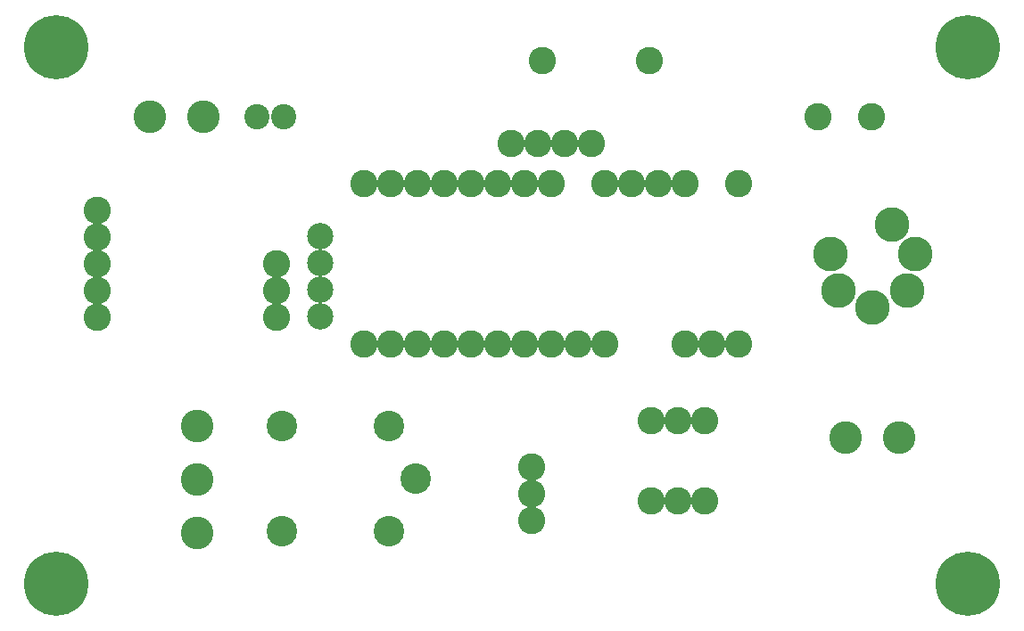
<source format=gbr>
%FSLAX34Y34*%
%MOMM*%
%LNSOLDERMASK_BOTTOM*%
G71*
G01*
%ADD10C, 2.60*%
%ADD11C, 3.30*%
%ADD12C, 2.90*%
%ADD13C, 2.60*%
%ADD14C, 2.60*%
%ADD15C, 3.10*%
%ADD16C, 2.40*%
%ADD17C, 6.10*%
%ADD18C, 2.50*%
%ADD19C, 2.60*%
%LPD*%
X692630Y825547D02*
G54D10*
D03*
X641830Y825547D02*
G54D10*
D03*
X616429Y825545D02*
G54D10*
D03*
X591030Y825547D02*
G54D10*
D03*
X565630Y825550D02*
G54D10*
D03*
X514829Y825545D02*
G54D10*
D03*
X489430Y825547D02*
G54D10*
D03*
X464030Y825547D02*
G54D10*
D03*
X692630Y673147D02*
G54D10*
D03*
X667230Y673147D02*
G54D10*
D03*
X641830Y673147D02*
G54D10*
D03*
X565630Y673147D02*
G54D10*
D03*
X540230Y673147D02*
G54D10*
D03*
X514830Y673147D02*
G54D10*
D03*
X489430Y673147D02*
G54D10*
D03*
X464030Y673147D02*
G54D10*
D03*
X438630Y825547D02*
G54D10*
D03*
X413230Y825547D02*
G54D10*
D03*
X387830Y825547D02*
G54D10*
D03*
X362430Y825547D02*
G54D10*
D03*
X337030Y825547D02*
G54D10*
D03*
X438630Y673147D02*
G54D10*
D03*
X413230Y673147D02*
G54D10*
D03*
X387830Y673147D02*
G54D10*
D03*
X362430Y673147D02*
G54D10*
D03*
X337030Y673147D02*
G54D10*
D03*
X83900Y800100D02*
G54D10*
D03*
X83900Y774700D02*
G54D10*
D03*
X83900Y749300D02*
G54D10*
D03*
X83900Y723900D02*
G54D10*
D03*
X83900Y698500D02*
G54D10*
D03*
X476800Y863600D02*
G54D10*
D03*
X502200Y863600D02*
G54D10*
D03*
X527600Y863600D02*
G54D10*
D03*
X553000Y863600D02*
G54D10*
D03*
X819674Y707852D02*
G54D11*
D03*
X787244Y723452D02*
G54D11*
D03*
X852099Y723453D02*
G54D11*
D03*
X779204Y758552D02*
G54D11*
D03*
X860144Y758539D02*
G54D11*
D03*
X837774Y786702D02*
G54D11*
D03*
X258858Y594858D02*
G54D12*
D03*
X258858Y494858D02*
G54D12*
D03*
X360458Y494858D02*
G54D12*
D03*
X360458Y594858D02*
G54D12*
D03*
X385858Y544858D02*
G54D12*
D03*
X660509Y599915D02*
G54D13*
D03*
X635110Y599910D02*
G54D13*
D03*
X609709Y599915D02*
G54D13*
D03*
X660509Y523715D02*
G54D13*
D03*
X635109Y523715D02*
G54D13*
D03*
X609709Y523715D02*
G54D13*
D03*
X496147Y555872D02*
G54D14*
D03*
X496118Y530518D02*
G54D14*
D03*
X496147Y505072D02*
G54D14*
D03*
X178139Y594858D02*
G54D15*
D03*
X178139Y544058D02*
G54D15*
D03*
X178139Y493258D02*
G54D15*
D03*
X794293Y584249D02*
G54D15*
D03*
X845092Y584250D02*
G54D15*
D03*
X235486Y888974D02*
G54D16*
D03*
X260886Y888974D02*
G54D16*
D03*
X133890Y889050D02*
G54D15*
D03*
X184692Y889050D02*
G54D15*
D03*
X45000Y955000D02*
G54D17*
D03*
X910000Y955000D02*
G54D17*
D03*
X910000Y445000D02*
G54D17*
D03*
X45000Y445000D02*
G54D17*
D03*
X295000Y698800D02*
G54D18*
D03*
X295000Y724200D02*
G54D18*
D03*
X295000Y749600D02*
G54D18*
D03*
X295000Y775000D02*
G54D18*
D03*
X254000Y749300D02*
G54D13*
D03*
X254000Y723900D02*
G54D13*
D03*
X254000Y698500D02*
G54D13*
D03*
X506200Y942000D02*
G54D19*
D03*
X607800Y942000D02*
G54D19*
D03*
X767517Y889000D02*
G54D19*
D03*
X818317Y889000D02*
G54D19*
D03*
M02*

</source>
